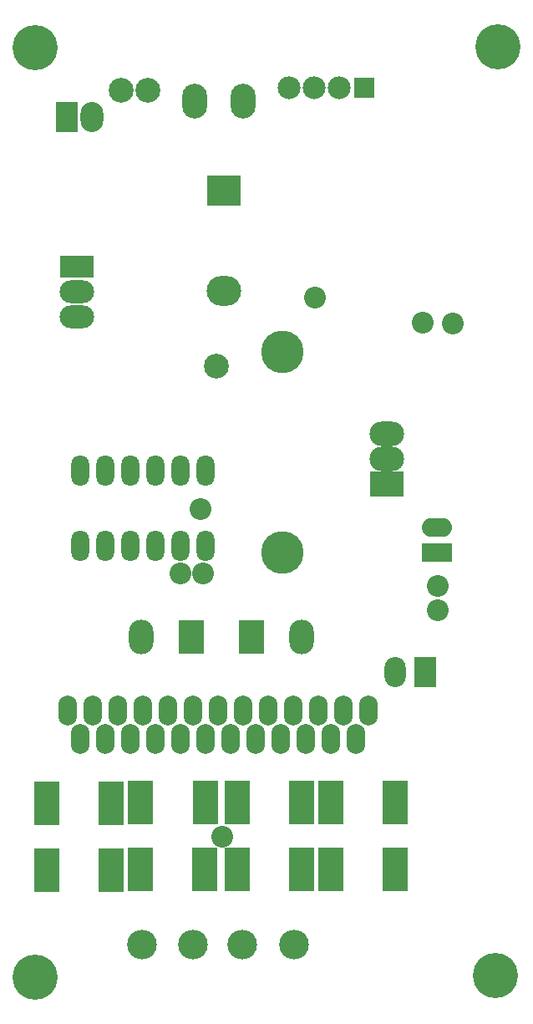
<source format=gts>
G04 (created by PCBNEW-RS274X (2011-07-08 BZR 3044)-stable) date 2012-03-29 09:44:12*
G01*
G70*
G90*
%MOIN*%
G04 Gerber Fmt 3.4, Leading zero omitted, Abs format*
%FSLAX34Y34*%
G04 APERTURE LIST*
%ADD10C,0.006000*%
%ADD11C,0.170000*%
%ADD12O,0.118400X0.118400*%
%ADD13O,0.138100X0.098700*%
%ADD14R,0.138100X0.098700*%
%ADD15O,0.138100X0.090900*%
%ADD16R,0.138100X0.090900*%
%ADD17O,0.098700X0.138700*%
%ADD18R,0.098700X0.177500*%
%ADD19R,0.085000X0.120000*%
%ADD20O,0.085000X0.120000*%
%ADD21R,0.138100X0.120000*%
%ADD22O,0.138100X0.120000*%
%ADD23R,0.120000X0.075000*%
%ADD24O,0.120000X0.075000*%
%ADD25R,0.090900X0.120000*%
%ADD26O,0.090900X0.120000*%
%ADD27C,0.086900*%
%ADD28C,0.098700*%
%ADD29C,0.180000*%
%ADD30O,0.075100X0.118400*%
%ADD31R,0.098700X0.138100*%
%ADD32O,0.098700X0.138100*%
%ADD33O,0.072000X0.124000*%
%ADD34R,0.080000X0.080000*%
%ADD35C,0.090900*%
G04 APERTURE END LIST*
G54D10*
G54D11*
X20578Y-23280D03*
X20578Y-31280D03*
G54D12*
X21033Y-46890D03*
X18983Y-46890D03*
X17008Y-46890D03*
X14958Y-46890D03*
G54D13*
X24734Y-26546D03*
X24734Y-27546D03*
G54D14*
X24734Y-28546D03*
G54D15*
X12380Y-21880D03*
X12380Y-20880D03*
G54D16*
X12380Y-19880D03*
G54D17*
X17072Y-13276D03*
X18997Y-13276D03*
G54D18*
X22502Y-41250D03*
X25072Y-41250D03*
X18752Y-41220D03*
X21322Y-41220D03*
X22502Y-43906D03*
X25072Y-43906D03*
X18752Y-43890D03*
X21322Y-43890D03*
X13724Y-43920D03*
X11154Y-43920D03*
X17458Y-43906D03*
X14888Y-43906D03*
X13724Y-41266D03*
X11154Y-41266D03*
X17488Y-41250D03*
X14918Y-41250D03*
G54D19*
X26266Y-36038D03*
G54D20*
X25066Y-36038D03*
G54D21*
X18230Y-16834D03*
G54D22*
X18230Y-20834D03*
G54D23*
X26738Y-31280D03*
G54D24*
X26738Y-30280D03*
G54D25*
X11970Y-13910D03*
G54D26*
X12970Y-13910D03*
G54D27*
X26768Y-32612D03*
G54D28*
X15188Y-12840D03*
X14122Y-12826D03*
G54D27*
X26768Y-33556D03*
G54D29*
X10708Y-11146D03*
X29152Y-11100D03*
X29078Y-48150D03*
X10718Y-48196D03*
G54D30*
X12000Y-37573D03*
X12500Y-38687D03*
X13000Y-37573D03*
X13500Y-38687D03*
X14000Y-37573D03*
X14500Y-38687D03*
X15000Y-37573D03*
X15500Y-38687D03*
X16000Y-37573D03*
X16500Y-38687D03*
X17000Y-37573D03*
X17500Y-38687D03*
X18000Y-37573D03*
X18500Y-38687D03*
X19000Y-37573D03*
X19500Y-38687D03*
X20000Y-37573D03*
X20500Y-38687D03*
X21000Y-37573D03*
X21500Y-38687D03*
X22000Y-37573D03*
X22500Y-38687D03*
X23000Y-37573D03*
X23500Y-38687D03*
X24000Y-37573D03*
G54D31*
X16942Y-34636D03*
G54D32*
X14942Y-34636D03*
G54D31*
X19342Y-34636D03*
G54D32*
X21342Y-34636D03*
G54D33*
X12510Y-30990D03*
X13510Y-30990D03*
X14510Y-30990D03*
X15510Y-30990D03*
X16510Y-30990D03*
X17510Y-30990D03*
X17510Y-27990D03*
X16510Y-27990D03*
X15510Y-27990D03*
X14510Y-27990D03*
X13510Y-27990D03*
X12510Y-27990D03*
G54D28*
X17922Y-23828D03*
G54D34*
X23844Y-12740D03*
G54D35*
X22844Y-12740D03*
X21844Y-12740D03*
X20844Y-12740D03*
G54D27*
X26168Y-22110D03*
X21860Y-21100D03*
X19342Y-34636D03*
X18158Y-42600D03*
X16492Y-32116D03*
X27382Y-22134D03*
X17408Y-32100D03*
X17288Y-29528D03*
M02*

</source>
